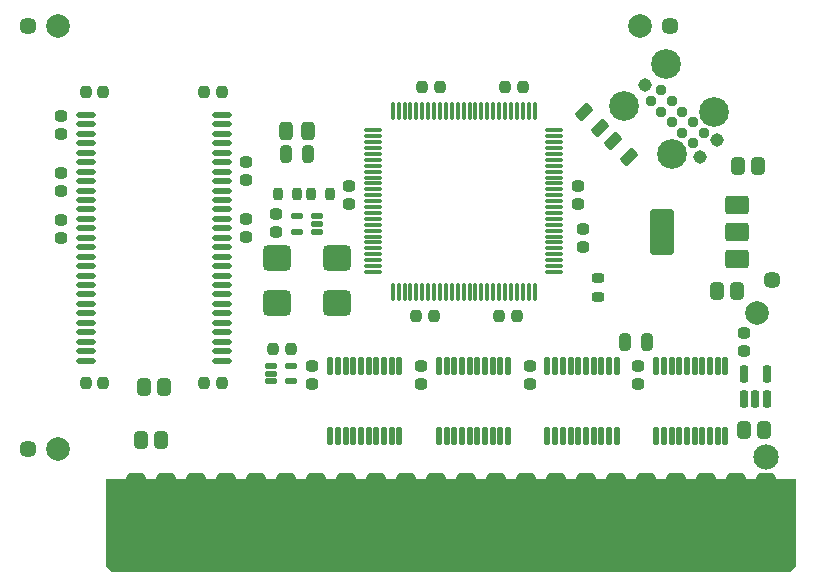
<source format=gts>
G04 #@! TF.GenerationSoftware,KiCad,Pcbnew,7.0.1-0*
G04 #@! TF.CreationDate,2023-11-03T04:24:23-04:00*
G04 #@! TF.ProjectId,RAM2GS,52414d32-4753-42e6-9b69-6361645f7063,2.1*
G04 #@! TF.SameCoordinates,Original*
G04 #@! TF.FileFunction,Soldermask,Top*
G04 #@! TF.FilePolarity,Negative*
%FSLAX46Y46*%
G04 Gerber Fmt 4.6, Leading zero omitted, Abs format (unit mm)*
G04 Created by KiCad (PCBNEW 7.0.1-0) date 2023-11-03 04:24:23*
%MOMM*%
%LPD*%
G01*
G04 APERTURE LIST*
G04 Aperture macros list*
%AMRoundRect*
0 Rectangle with rounded corners*
0 $1 Rounding radius*
0 $2 $3 $4 $5 $6 $7 $8 $9 X,Y pos of 4 corners*
0 Add a 4 corners polygon primitive as box body*
4,1,4,$2,$3,$4,$5,$6,$7,$8,$9,$2,$3,0*
0 Add four circle primitives for the rounded corners*
1,1,$1+$1,$2,$3*
1,1,$1+$1,$4,$5*
1,1,$1+$1,$6,$7*
1,1,$1+$1,$8,$9*
0 Add four rect primitives between the rounded corners*
20,1,$1+$1,$2,$3,$4,$5,0*
20,1,$1+$1,$4,$5,$6,$7,0*
20,1,$1+$1,$6,$7,$8,$9,0*
20,1,$1+$1,$8,$9,$2,$3,0*%
G04 Aperture macros list end*
%ADD10C,0.000000*%
%ADD11C,2.000000*%
%ADD12RoundRect,0.262500X0.262500X-0.212500X0.262500X0.212500X-0.262500X0.212500X-0.262500X-0.212500X0*%
%ADD13RoundRect,0.262500X-0.212500X-0.262500X0.212500X-0.262500X0.212500X0.262500X-0.212500X0.262500X0*%
%ADD14RoundRect,0.262500X-0.262500X0.212500X-0.262500X-0.212500X0.262500X-0.212500X0.262500X0.212500X0*%
%ADD15C,2.152400*%
%ADD16RoundRect,0.136500X0.112500X-0.612500X0.112500X0.612500X-0.112500X0.612500X-0.112500X-0.612500X0*%
%ADD17RoundRect,0.312500X0.262500X0.437500X-0.262500X0.437500X-0.262500X-0.437500X0.262500X-0.437500X0*%
%ADD18RoundRect,0.312500X-0.262500X-0.437500X0.262500X-0.437500X0.262500X0.437500X-0.262500X0.437500X0*%
%ADD19RoundRect,0.350000X0.700000X0.450000X-0.700000X0.450000X-0.700000X-0.450000X0.700000X-0.450000X0*%
%ADD20RoundRect,0.350000X0.700000X1.600000X-0.700000X1.600000X-0.700000X-1.600000X0.700000X-1.600000X0*%
%ADD21RoundRect,0.262500X-0.494975X-0.194454X-0.194454X-0.494975X0.494975X0.194454X0.194454X0.494975X0*%
%ADD22RoundRect,0.262500X0.494975X0.194454X0.194454X0.494975X-0.494975X-0.194454X-0.194454X-0.494975X0*%
%ADD23RoundRect,0.140000X-0.400000X-0.100000X0.400000X-0.100000X0.400000X0.100000X-0.400000X0.100000X0*%
%ADD24C,2.527300*%
%ADD25C,1.143000*%
%ADD26C,0.939800*%
%ADD27RoundRect,0.099000X-0.662500X-0.075000X0.662500X-0.075000X0.662500X0.075000X-0.662500X0.075000X0*%
%ADD28RoundRect,0.099000X-0.075000X-0.662500X0.075000X-0.662500X0.075000X0.662500X-0.075000X0.662500X0*%
%ADD29RoundRect,0.164500X-0.640500X-0.114500X0.640500X-0.114500X0.640500X0.114500X-0.640500X0.114500X0*%
%ADD30RoundRect,0.376200X-0.800000X-0.700000X0.800000X-0.700000X0.800000X0.700000X-0.800000X0.700000X0*%
%ADD31RoundRect,0.140000X0.400000X0.100000X-0.400000X0.100000X-0.400000X-0.100000X0.400000X-0.100000X0*%
%ADD32C,1.448000*%
%ADD33RoundRect,0.262500X0.212500X0.262500X-0.212500X0.262500X-0.212500X-0.262500X0.212500X-0.262500X0*%
%ADD34RoundRect,0.262500X0.212500X0.487500X-0.212500X0.487500X-0.212500X-0.487500X0.212500X-0.487500X0*%
%ADD35RoundRect,0.212500X0.162500X-0.512500X0.162500X0.512500X-0.162500X0.512500X-0.162500X-0.512500X0*%
%ADD36RoundRect,0.225000X0.175000X0.300000X-0.175000X0.300000X-0.175000X-0.300000X0.175000X-0.300000X0*%
%ADD37RoundRect,0.225000X-0.175000X-0.300000X0.175000X-0.300000X0.175000X0.300000X-0.175000X0.300000X0*%
%ADD38RoundRect,0.262500X-0.212500X-0.487500X0.212500X-0.487500X0.212500X0.487500X-0.212500X0.487500X0*%
%ADD39RoundRect,0.319950X0.243750X0.456250X-0.243750X0.456250X-0.243750X-0.456250X0.243750X-0.456250X0*%
%ADD40RoundRect,0.225000X-0.300000X0.175000X-0.300000X-0.175000X0.300000X-0.175000X0.300000X0.175000X0*%
%ADD41RoundRect,0.457200X-0.381000X-3.289000X0.381000X-3.289000X0.381000X3.289000X-0.381000X3.289000X0*%
G04 APERTURE END LIST*
D10*
G36*
X113538000Y-139446000D02*
G01*
X113030000Y-139954000D01*
X55626000Y-139954000D01*
X55118000Y-139446000D01*
X55118000Y-132080000D01*
X113538000Y-132080000D01*
X113538000Y-139446000D01*
G37*
D11*
X51054000Y-129540000D03*
D12*
X75700000Y-108800000D03*
X75700000Y-107300000D03*
X95100000Y-108800000D03*
X95100000Y-107300000D03*
D13*
X81400000Y-118250000D03*
X82900000Y-118250000D03*
X88400000Y-118250000D03*
X89900000Y-118250000D03*
X81900000Y-98850000D03*
X83400000Y-98850000D03*
D14*
X95500000Y-110900000D03*
X95500000Y-112400000D03*
D13*
X88900000Y-98850000D03*
X90400000Y-98850000D03*
D12*
X51350000Y-107650000D03*
X51350000Y-106150000D03*
X51350000Y-102850000D03*
X51350000Y-101350000D03*
D13*
X53400000Y-99350000D03*
X54900000Y-99350000D03*
X63400000Y-123950000D03*
X64900000Y-123950000D03*
X63400000Y-99350000D03*
X64900000Y-99350000D03*
D14*
X66950000Y-110050000D03*
X66950000Y-111550000D03*
X66950000Y-105250000D03*
X66950000Y-106750000D03*
D12*
X51350000Y-111650000D03*
X51350000Y-110150000D03*
D13*
X53400000Y-123950000D03*
X54900000Y-123950000D03*
D15*
X110998000Y-130175000D03*
D16*
X92500000Y-128400000D03*
X93150000Y-128400000D03*
X93800000Y-128400000D03*
X94450000Y-128400000D03*
X95100000Y-128400000D03*
X95750000Y-128400000D03*
X96400000Y-128400000D03*
X97050000Y-128400000D03*
X97700000Y-128400000D03*
X98350000Y-128400000D03*
X98350000Y-122500000D03*
X97700000Y-122500000D03*
X97050000Y-122500000D03*
X96400000Y-122500000D03*
X95750000Y-122500000D03*
X95100000Y-122500000D03*
X94450000Y-122500000D03*
X93800000Y-122500000D03*
X93150000Y-122500000D03*
X92500000Y-122500000D03*
D14*
X91000000Y-122500000D03*
X91000000Y-124000000D03*
X81800000Y-122500000D03*
X81800000Y-124000000D03*
D16*
X101700000Y-128400000D03*
X102350000Y-128400000D03*
X103000000Y-128400000D03*
X103650000Y-128400000D03*
X104300000Y-128400000D03*
X104950000Y-128400000D03*
X105600000Y-128400000D03*
X106250000Y-128400000D03*
X106900000Y-128400000D03*
X107550000Y-128400000D03*
X107550000Y-122500000D03*
X106900000Y-122500000D03*
X106250000Y-122500000D03*
X105600000Y-122500000D03*
X104950000Y-122500000D03*
X104300000Y-122500000D03*
X103650000Y-122500000D03*
X103000000Y-122500000D03*
X102350000Y-122500000D03*
X101700000Y-122500000D03*
D14*
X72600000Y-122500000D03*
X72600000Y-124000000D03*
D16*
X83300000Y-128400000D03*
X83950000Y-128400000D03*
X84600000Y-128400000D03*
X85250000Y-128400000D03*
X85900000Y-128400000D03*
X86550000Y-128400000D03*
X87200000Y-128400000D03*
X87850000Y-128400000D03*
X88500000Y-128400000D03*
X89150000Y-128400000D03*
X89150000Y-122500000D03*
X88500000Y-122500000D03*
X87850000Y-122500000D03*
X87200000Y-122500000D03*
X86550000Y-122500000D03*
X85900000Y-122500000D03*
X85250000Y-122500000D03*
X84600000Y-122500000D03*
X83950000Y-122500000D03*
X83300000Y-122500000D03*
D17*
X59778000Y-128778000D03*
X58078000Y-128778000D03*
D18*
X109132000Y-127889000D03*
X110832000Y-127889000D03*
D11*
X100330000Y-93726000D03*
D19*
X108537000Y-113450000D03*
D20*
X102237000Y-111150000D03*
D19*
X108537000Y-111150000D03*
X108537000Y-108850000D03*
D18*
X108650000Y-105550000D03*
X110350000Y-105550000D03*
X106850000Y-116150000D03*
X108550000Y-116150000D03*
D21*
X95628249Y-101028249D03*
X96971751Y-102371751D03*
D22*
X99421751Y-104821751D03*
X98078249Y-103478249D03*
D11*
X51054000Y-93726000D03*
D23*
X69050000Y-122500000D03*
X69050000Y-123150000D03*
X69050000Y-123800000D03*
X70750000Y-123800000D03*
X70750000Y-122500000D03*
D24*
X102575974Y-96924872D03*
D25*
X100779923Y-98720923D03*
D24*
X98983872Y-100516974D03*
X106617090Y-100965987D03*
X103024987Y-104558090D03*
D25*
X106886497Y-103390656D03*
X105449656Y-104827497D03*
D26*
X101228936Y-100067962D03*
X102126962Y-100965987D03*
X103024987Y-101864013D03*
X103923013Y-102762038D03*
X104821038Y-103660064D03*
X105719064Y-102762038D03*
X104821038Y-101864013D03*
X103923013Y-100965987D03*
X103024987Y-100067962D03*
X102126962Y-99169936D03*
D16*
X74100000Y-128400000D03*
X74750000Y-128400000D03*
X75400000Y-128400000D03*
X76050000Y-128400000D03*
X76700000Y-128400000D03*
X77350000Y-128400000D03*
X78000000Y-128400000D03*
X78650000Y-128400000D03*
X79300000Y-128400000D03*
X79950000Y-128400000D03*
X79950000Y-122500000D03*
X79300000Y-122500000D03*
X78650000Y-122500000D03*
X78000000Y-122500000D03*
X77350000Y-122500000D03*
X76700000Y-122500000D03*
X76050000Y-122500000D03*
X75400000Y-122500000D03*
X74750000Y-122500000D03*
X74100000Y-122500000D03*
D27*
X77737500Y-102550000D03*
X77737500Y-103050000D03*
X77737500Y-103550000D03*
X77737500Y-104050000D03*
X77737500Y-104550000D03*
X77737500Y-105050000D03*
X77737500Y-105550000D03*
X77737500Y-106050000D03*
X77737500Y-106550000D03*
X77737500Y-107050000D03*
X77737500Y-107550000D03*
X77737500Y-108050000D03*
X77737500Y-108550000D03*
X77737500Y-109050000D03*
X77737500Y-109550000D03*
X77737500Y-110050000D03*
X77737500Y-110550000D03*
X77737500Y-111050000D03*
X77737500Y-111550000D03*
X77737500Y-112050000D03*
X77737500Y-112550000D03*
X77737500Y-113050000D03*
X77737500Y-113550000D03*
X77737500Y-114050000D03*
X77737500Y-114550000D03*
D28*
X79400000Y-116212500D03*
X79900000Y-116212500D03*
X80400000Y-116212500D03*
X80900000Y-116212500D03*
X81400000Y-116212500D03*
X81900000Y-116212500D03*
X82400000Y-116212500D03*
X82900000Y-116212500D03*
X83400000Y-116212500D03*
X83900000Y-116212500D03*
X84400000Y-116212500D03*
X84900000Y-116212500D03*
X85400000Y-116212500D03*
X85900000Y-116212500D03*
X86400000Y-116212500D03*
X86900000Y-116212500D03*
X87400000Y-116212500D03*
X87900000Y-116212500D03*
X88400000Y-116212500D03*
X88900000Y-116212500D03*
X89400000Y-116212500D03*
X89900000Y-116212500D03*
X90400000Y-116212500D03*
X90900000Y-116212500D03*
X91400000Y-116212500D03*
D27*
X93062500Y-114550000D03*
X93062500Y-114050000D03*
X93062500Y-113550000D03*
X93062500Y-113050000D03*
X93062500Y-112550000D03*
X93062500Y-112050000D03*
X93062500Y-111550000D03*
X93062500Y-111050000D03*
X93062500Y-110550000D03*
X93062500Y-110050000D03*
X93062500Y-109550000D03*
X93062500Y-109050000D03*
X93062500Y-108550000D03*
X93062500Y-108050000D03*
X93062500Y-107550000D03*
X93062500Y-107050000D03*
X93062500Y-106550000D03*
X93062500Y-106050000D03*
X93062500Y-105550000D03*
X93062500Y-105050000D03*
X93062500Y-104550000D03*
X93062500Y-104050000D03*
X93062500Y-103550000D03*
X93062500Y-103050000D03*
X93062500Y-102550000D03*
D28*
X91400000Y-100887500D03*
X90900000Y-100887500D03*
X90400000Y-100887500D03*
X89900000Y-100887500D03*
X89400000Y-100887500D03*
X88900000Y-100887500D03*
X88400000Y-100887500D03*
X87900000Y-100887500D03*
X87400000Y-100887500D03*
X86900000Y-100887500D03*
X86400000Y-100887500D03*
X85900000Y-100887500D03*
X85400000Y-100887500D03*
X84900000Y-100887500D03*
X84400000Y-100887500D03*
X83900000Y-100887500D03*
X83400000Y-100887500D03*
X82900000Y-100887500D03*
X82400000Y-100887500D03*
X81900000Y-100887500D03*
X81400000Y-100887500D03*
X80900000Y-100887500D03*
X80400000Y-100887500D03*
X79900000Y-100887500D03*
X79400000Y-100887500D03*
D29*
X53400000Y-101250000D03*
X53400000Y-102050000D03*
X53400000Y-102850000D03*
X53400000Y-103650000D03*
X53400000Y-104450000D03*
X53400000Y-105250000D03*
X53400000Y-106050000D03*
X53400000Y-106850000D03*
X53400000Y-107650000D03*
X53400000Y-108450000D03*
X53400000Y-109250000D03*
X53400000Y-110050000D03*
X53400000Y-110850000D03*
X53400000Y-111650000D03*
X53400000Y-112450000D03*
X53400000Y-113250000D03*
X53400000Y-114050000D03*
X53400000Y-114850000D03*
X53400000Y-115650000D03*
X53400000Y-116450000D03*
X53400000Y-117250000D03*
X53400000Y-118050000D03*
X53400000Y-118850000D03*
X53400000Y-119650000D03*
X53400000Y-120450000D03*
X53400000Y-121250000D03*
X53400000Y-122050000D03*
X64900000Y-122050000D03*
X64900000Y-121250000D03*
X64900000Y-120450000D03*
X64900000Y-119650000D03*
X64900000Y-118850000D03*
X64900000Y-118050000D03*
X64900000Y-117250000D03*
X64900000Y-116450000D03*
X64900000Y-115650000D03*
X64900000Y-114850000D03*
X64900000Y-114050000D03*
X64900000Y-113250000D03*
X64900000Y-112450000D03*
X64900000Y-111650000D03*
X64900000Y-110850000D03*
X64900000Y-110050000D03*
X64900000Y-109250000D03*
X64900000Y-108450000D03*
X64900000Y-107650000D03*
X64900000Y-106850000D03*
X64900000Y-106050000D03*
X64900000Y-105250000D03*
X64900000Y-104450000D03*
X64900000Y-103650000D03*
X64900000Y-102850000D03*
X64900000Y-102050000D03*
X64900000Y-101250000D03*
D30*
X69560000Y-117205000D03*
X74640000Y-117205000D03*
X74640000Y-113395000D03*
X69560000Y-113395000D03*
D31*
X72950000Y-111150000D03*
X72950000Y-110500000D03*
X72950000Y-109850000D03*
X71250000Y-109850000D03*
X71250000Y-111150000D03*
D12*
X69500000Y-111150000D03*
X69500000Y-109650000D03*
D32*
X48514000Y-93726000D03*
X102870000Y-93726000D03*
X48514000Y-129540000D03*
D18*
X58300000Y-124250000D03*
X60000000Y-124250000D03*
D33*
X70750000Y-121050000D03*
X69250000Y-121050000D03*
D14*
X100200000Y-122500000D03*
X100200000Y-124000000D03*
D11*
X110236000Y-117983000D03*
D32*
X111506000Y-115189000D03*
D12*
X109150000Y-121250000D03*
X109150000Y-119750000D03*
D34*
X100950000Y-120500000D03*
X99050000Y-120500000D03*
D35*
X109150000Y-125300000D03*
X110100000Y-125300000D03*
X111050000Y-125300000D03*
X111050000Y-123200000D03*
X109150000Y-123200000D03*
D36*
X71250000Y-107950000D03*
X69650000Y-107950000D03*
D37*
X72450000Y-107950000D03*
X74050000Y-107950000D03*
D38*
X70350000Y-104600000D03*
X72250000Y-104600000D03*
D39*
X72237500Y-102650000D03*
X70362500Y-102650000D03*
D40*
X96750000Y-115050000D03*
X96750000Y-116650000D03*
D41*
X57658000Y-135282000D03*
X60198000Y-135282000D03*
X62738000Y-135282000D03*
X65278000Y-135282000D03*
X67818000Y-135282000D03*
X70358000Y-135282000D03*
X72898000Y-135282000D03*
X75438000Y-135282000D03*
X77978000Y-135282000D03*
X80518000Y-135282000D03*
X83058000Y-135282000D03*
X85598000Y-135282000D03*
X88138000Y-135282000D03*
X90678000Y-135282000D03*
X93218000Y-135282000D03*
X95758000Y-135282000D03*
X98298000Y-135282000D03*
X100838000Y-135282000D03*
X103378000Y-135282000D03*
X105918000Y-135282000D03*
X108458000Y-135282000D03*
X110998000Y-135282000D03*
M02*

</source>
